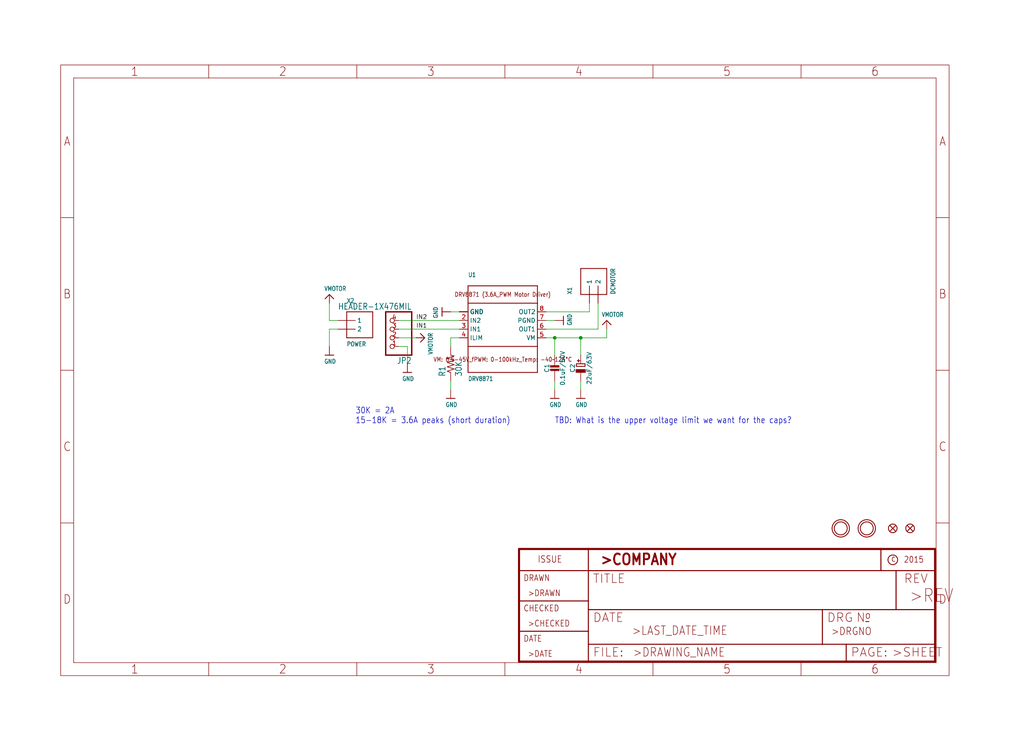
<source format=kicad_sch>
(kicad_sch (version 20211123) (generator eeschema)
  (paper "User" 300.076 217.881)
  (lib_symbols
    (symbol "eagleSchem-eagle-import:CAP_CERAMIC0805-NOOUTLINE"
      (property "Reference" "C" (at -2.29 1.25 90))
      (property "Value" "CAP_CERAMIC0805-NOOUTLINE" (at 2.3 1.25 90))
      (symbol "CAP_CERAMIC0805-NOOUTLINE_1_0"
        (rectangle (start -1.27 0.508) (end 1.27 1.016) (fill (type outline)))
        (rectangle (start -1.27 1.524) (end 1.27 2.032) (fill (type outline)))
        (polyline (pts (xy 0 0.762) (xy 0 0)) (stroke (width 0.1524)))
        (polyline (pts (xy 0 2.54) (xy 0 1.778)) (stroke (width 0.1524)))
        (pin passive line (at 0 5.08 270) (length 2.54) (name "1") (number "1"))
        (pin passive line (at 0 -2.54 90) (length 2.54) (name "2") (number "2"))
      )
    )
    (symbol "eagleSchem-eagle-import:CAP_ELECTROLYTICPANASONIC_D"
      (property "Reference" "C" (at -2.39 1.25 90))
      (property "Value" "CAP_ELECTROLYTICPANASONIC_D" (at 2.5 1.25 90))
      (symbol "CAP_ELECTROLYTICPANASONIC_D_1_0"
        (rectangle (start -1.397 0) (end 1.397 0.889) (fill (type outline)))
        (polyline (pts (xy -1.27 1.778) (xy -1.27 2.54)) (stroke (width 0.254)))
        (polyline (pts (xy -1.27 2.54) (xy 1.27 2.54)) (stroke (width 0.254)))
        (polyline (pts (xy -1.016 3.429) (xy -0.254 3.429)) (stroke (width 0.254)))
        (polyline (pts (xy -0.635 3.81) (xy -0.635 3.048)) (stroke (width 0.254)))
        (polyline (pts (xy 1.27 1.778) (xy -1.27 1.778)) (stroke (width 0.254)))
        (polyline (pts (xy 1.27 2.54) (xy 1.27 1.778)) (stroke (width 0.254)))
        (pin passive line (at 0 5.08 270) (length 2.54) (name "+") (number "+"))
        (pin passive line (at 0 -2.54 90) (length 2.54) (name "-") (number "-"))
      )
    )
    (symbol "eagleSchem-eagle-import:DRV8871"
      (property "Reference" "U" (at -10.16 15.24 0))
      (property "Value" "DRV8871" (at -10.16 -15.24 0))
      (symbol "DRV8871_1_0"
        (polyline (pts (xy -10.16 -12.7) (xy 10.16 -12.7)) (stroke (width 0.254)))
        (polyline (pts (xy -10.16 -5.08) (xy -10.16 -12.7)) (stroke (width 0.254)))
        (polyline (pts (xy -10.16 -5.08) (xy -10.16 7.62)) (stroke (width 0.254)))
        (polyline (pts (xy -10.16 7.62) (xy -10.16 12.7)) (stroke (width 0.254)))
        (polyline (pts (xy -10.16 7.62) (xy 10.16 7.62)) (stroke (width 0.254)))
        (polyline (pts (xy -10.16 12.7) (xy 10.16 12.7)) (stroke (width 0.254)))
        (polyline (pts (xy 10.16 -12.7) (xy 10.16 -5.08)) (stroke (width 0.254)))
        (polyline (pts (xy 10.16 -5.08) (xy -10.16 -5.08)) (stroke (width 0.254)))
        (polyline (pts (xy 10.16 7.62) (xy 10.16 -5.08)) (stroke (width 0.254)))
        (polyline (pts (xy 10.16 12.7) (xy 10.16 7.62)) (stroke (width 0.254)))
        (text "DRV8871 (3.6A_PWM Motor Driver)" (at 0 10.16 0) (effects (font (size 1.27 1.0795))))
        (text "VM: 6.5-45V_fPWM: 0-100kHz_Temp: -40~125°C" (at 0 -8.89 0) (effects (font (size 1.27 1.0795))))
        (pin power_in line (at -12.7 5.08 0) (length 2.54) (name "GND") (number "1"))
        (pin input line (at -12.7 2.54 0) (length 2.54) (name "IN2") (number "2"))
        (pin input line (at -12.7 0 0) (length 2.54) (name "IN1") (number "3"))
        (pin input line (at -12.7 -2.54 0) (length 2.54) (name "ILIM") (number "4"))
        (pin power_in line (at 12.7 -2.54 180) (length 2.54) (name "VM") (number "5"))
        (pin output line (at 12.7 0 180) (length 2.54) (name "OUT1") (number "6"))
        (pin power_in line (at 12.7 2.54 180) (length 2.54) (name "PGND") (number "7"))
        (pin output line (at 12.7 5.08 180) (length 2.54) (name "OUT2") (number "8"))
        (pin power_in line (at -12.7 5.08 0) (length 2.54) (name "GND") (number "GND"))
        (pin power_in line (at -12.7 5.08 0) (length 2.54) (name "GND") (number "P$1"))
        (pin power_in line (at -12.7 5.08 0) (length 2.54) (name "GND") (number "P$2"))
        (pin power_in line (at -12.7 5.08 0) (length 2.54) (name "GND") (number "P$3"))
        (pin power_in line (at -12.7 5.08 0) (length 2.54) (name "GND") (number "P$4"))
      )
    )
    (symbol "eagleSchem-eagle-import:FIDUCIAL{dblquote}{dblquote}"
      (symbol "FIDUCIAL{dblquote}{dblquote}_1_0"
        (polyline (pts (xy -0.762 0.762) (xy 0.762 -0.762)) (stroke (width 0.254)))
        (polyline (pts (xy 0.762 0.762) (xy -0.762 -0.762)) (stroke (width 0.254)))
        (circle (center 0 0) (radius 1.27) (stroke (width 0.254)))
      )
    )
    (symbol "eagleSchem-eagle-import:FLIPFLOP-RES"
      (property "Reference" "R" (at -3.81 1.4986 0))
      (property "Value" "FLIPFLOP-RES" (at -3.81 -3.302 0))
      (symbol "FLIPFLOP-RES_1_0"
        (polyline (pts (xy -2.54 0) (xy -2.159 1.016)) (stroke (width 0.2032)))
        (polyline (pts (xy -2.159 1.016) (xy -1.524 -1.016)) (stroke (width 0.2032)))
        (polyline (pts (xy -1.524 -1.016) (xy -0.889 1.016)) (stroke (width 0.2032)))
        (polyline (pts (xy -0.889 1.016) (xy -0.254 -1.016)) (stroke (width 0.2032)))
        (polyline (pts (xy -0.254 -1.016) (xy 0.381 1.016)) (stroke (width 0.2032)))
        (polyline (pts (xy 0.381 1.016) (xy 1.016 -1.016)) (stroke (width 0.2032)))
        (polyline (pts (xy 1.016 -1.016) (xy 1.651 1.016)) (stroke (width 0.2032)))
        (polyline (pts (xy 1.651 1.016) (xy 2.286 -1.016)) (stroke (width 0.2032)))
        (polyline (pts (xy 2.286 -1.016) (xy 2.54 0)) (stroke (width 0.2032)))
        (pin passive line (at -5.08 0 0) (length 2.54) (name "1") (number "1"))
        (pin passive line (at 5.08 0 180) (length 2.54) (name "2") (number "2"))
      )
    )
    (symbol "eagleSchem-eagle-import:FRAME_A4"
      (symbol "FRAME_A4_1_0"
        (polyline (pts (xy 0 44.7675) (xy 3.81 44.7675)))
        (polyline (pts (xy 0 89.535) (xy 3.81 89.535)))
        (polyline (pts (xy 0 134.3025) (xy 3.81 134.3025)))
        (polyline (pts (xy 3.81 3.81) (xy 3.81 175.26)))
        (polyline (pts (xy 43.3917 0) (xy 43.3917 3.81)))
        (polyline (pts (xy 43.3917 175.26) (xy 43.3917 179.07)))
        (polyline (pts (xy 86.7833 0) (xy 86.7833 3.81)))
        (polyline (pts (xy 86.7833 175.26) (xy 86.7833 179.07)))
        (polyline (pts (xy 130.175 0) (xy 130.175 3.81)))
        (polyline (pts (xy 130.175 175.26) (xy 130.175 179.07)))
        (polyline (pts (xy 173.5667 0) (xy 173.5667 3.81)))
        (polyline (pts (xy 173.5667 175.26) (xy 173.5667 179.07)))
        (polyline (pts (xy 216.9583 0) (xy 216.9583 3.81)))
        (polyline (pts (xy 216.9583 175.26) (xy 216.9583 179.07)))
        (polyline (pts (xy 256.54 3.81) (xy 3.81 3.81)))
        (polyline (pts (xy 256.54 3.81) (xy 256.54 8.89)) (stroke (width 0.1016)))
        (polyline (pts (xy 256.54 3.81) (xy 256.54 175.26)))
        (polyline (pts (xy 256.54 8.89) (xy 256.54 13.97)) (stroke (width 0.1016)))
        (polyline (pts (xy 256.54 13.97) (xy 256.54 19.05)) (stroke (width 0.1016)))
        (polyline (pts (xy 256.54 19.05) (xy 256.54 36.83)) (stroke (width 0.1016)))
        (polyline (pts (xy 256.54 44.7675) (xy 260.35 44.7675)))
        (polyline (pts (xy 256.54 89.535) (xy 260.35 89.535)))
        (polyline (pts (xy 256.54 134.3025) (xy 260.35 134.3025)))
        (polyline (pts (xy 256.54 175.26) (xy 3.81 175.26)))
        (polyline (pts (xy 0 0) (xy 260.35 0) (xy 260.35 179.07) (xy 0 179.07) (xy 0 0)))
        (text "1" (at 21.6958 1.905 0) (effects (font (size 2.54 2.286))))
        (text "1" (at 21.6958 177.165 0) (effects (font (size 2.54 2.286))))
        (text "2" (at 65.0875 1.905 0) (effects (font (size 2.54 2.286))))
        (text "2" (at 65.0875 177.165 0) (effects (font (size 2.54 2.286))))
        (text "3" (at 108.4792 1.905 0) (effects (font (size 2.54 2.286))))
        (text "3" (at 108.4792 177.165 0) (effects (font (size 2.54 2.286))))
        (text "4" (at 151.8708 1.905 0) (effects (font (size 2.54 2.286))))
        (text "4" (at 151.8708 177.165 0) (effects (font (size 2.54 2.286))))
        (text "5" (at 195.2625 1.905 0) (effects (font (size 2.54 2.286))))
        (text "5" (at 195.2625 177.165 0) (effects (font (size 2.54 2.286))))
        (text "6" (at 238.6542 1.905 0) (effects (font (size 2.54 2.286))))
        (text "6" (at 238.6542 177.165 0) (effects (font (size 2.54 2.286))))
        (text "A" (at 1.905 156.6863 0) (effects (font (size 2.54 2.286))))
        (text "A" (at 258.445 156.6863 0) (effects (font (size 2.54 2.286))))
        (text "B" (at 1.905 111.9188 0) (effects (font (size 2.54 2.286))))
        (text "B" (at 258.445 111.9188 0) (effects (font (size 2.54 2.286))))
        (text "C" (at 1.905 67.1513 0) (effects (font (size 2.54 2.286))))
        (text "C" (at 258.445 67.1513 0) (effects (font (size 2.54 2.286))))
        (text "D" (at 1.905 22.3838 0) (effects (font (size 2.54 2.286))))
        (text "D" (at 258.445 22.3838 0) (effects (font (size 2.54 2.286))))
      )
      (symbol "FRAME_A4_2_0"
        (polyline (pts (xy -0.3048 1.5748) (xy 20.0152 1.5748)) (stroke (width 0.6096)))
        (polyline (pts (xy -0.3048 10.4648) (xy -0.3048 1.5748)) (stroke (width 0.6096)))
        (polyline (pts (xy -0.3048 10.4648) (xy 20.0152 10.4648)) (stroke (width 0.3048)))
        (polyline (pts (xy -0.3048 19.3548) (xy -0.3048 10.4648)) (stroke (width 0.6096)))
        (polyline (pts (xy -0.3048 19.3548) (xy 20.0152 19.3548)) (stroke (width 0.3048)))
        (polyline (pts (xy -0.3048 28.2448) (xy -0.3048 19.3548)) (stroke (width 0.6096)))
        (polyline (pts (xy -0.3048 28.2448) (xy 20.0152 28.2448)) (stroke (width 0.3048)))
        (polyline (pts (xy -0.3048 34.5948) (xy -0.3048 28.2448)) (stroke (width 0.6096)))
        (polyline (pts (xy 20.0152 1.5748) (xy 20.0152 6.6548)) (stroke (width 0.3048)))
        (polyline (pts (xy 20.0152 1.5748) (xy 95.5802 1.5748)) (stroke (width 0.6096)))
        (polyline (pts (xy 20.0152 6.6548) (xy 20.0152 10.4648)) (stroke (width 0.3048)))
        (polyline (pts (xy 20.0152 6.6548) (xy 88.5952 6.6548)) (stroke (width 0.3048)))
        (polyline (pts (xy 20.0152 10.4648) (xy 20.0152 16.8148)) (stroke (width 0.3048)))
        (polyline (pts (xy 20.0152 16.8148) (xy 20.0152 19.3548)) (stroke (width 0.3048)))
        (polyline (pts (xy 20.0152 19.3548) (xy 20.0152 28.2448)) (stroke (width 0.3048)))
        (polyline (pts (xy 20.0152 28.2448) (xy 20.0152 34.5948)) (stroke (width 0.3048)))
        (polyline (pts (xy 20.0152 28.2448) (xy 105.7402 28.2448)) (stroke (width 0.3048)))
        (polyline (pts (xy 20.0152 34.5948) (xy -0.3048 34.5948)) (stroke (width 0.6096)))
        (polyline (pts (xy 88.5952 6.6548) (xy 95.5802 6.6548)) (stroke (width 0.3048)))
        (polyline (pts (xy 88.5952 16.8148) (xy 20.0152 16.8148)) (stroke (width 0.3048)))
        (polyline (pts (xy 88.5952 16.8148) (xy 88.5952 6.6548)) (stroke (width 0.3048)))
        (polyline (pts (xy 95.5802 1.5748) (xy 121.6152 1.5748)) (stroke (width 0.6096)))
        (polyline (pts (xy 95.5802 6.6548) (xy 95.5802 1.5748)) (stroke (width 0.3048)))
        (polyline (pts (xy 95.5802 6.6548) (xy 121.6152 6.6548)) (stroke (width 0.3048)))
        (polyline (pts (xy 101.2952 13.3223) (xy 102.2477 13.3223)) (stroke (width 0.254)))
        (polyline (pts (xy 105.7402 28.2448) (xy 105.7402 34.5948)) (stroke (width 0.3048)))
        (polyline (pts (xy 105.7402 28.2448) (xy 110.1852 28.2448)) (stroke (width 0.3048)))
        (polyline (pts (xy 105.7402 34.5948) (xy 20.0152 34.5948)) (stroke (width 0.6096)))
        (polyline (pts (xy 110.1852 16.8148) (xy 88.5952 16.8148)) (stroke (width 0.3048)))
        (polyline (pts (xy 110.1852 28.2448) (xy 110.1852 16.8148)) (stroke (width 0.3048)))
        (polyline (pts (xy 110.1852 28.2448) (xy 121.6152 28.2448)) (stroke (width 0.3048)))
        (polyline (pts (xy 121.6152 6.6548) (xy 121.6152 1.5748)) (stroke (width 0.6096)))
        (polyline (pts (xy 121.6152 16.8148) (xy 110.1852 16.8148)) (stroke (width 0.3048)))
        (polyline (pts (xy 121.6152 16.8148) (xy 121.6152 6.6548)) (stroke (width 0.6096)))
        (polyline (pts (xy 121.6152 28.2448) (xy 121.6152 16.8148)) (stroke (width 0.6096)))
        (polyline (pts (xy 121.6152 34.5948) (xy 105.7402 34.5948)) (stroke (width 0.6096)))
        (polyline (pts (xy 121.6152 34.5948) (xy 121.6152 28.2448)) (stroke (width 0.6096)))
        (circle (center 109.2327 31.4198) (radius 1.4199) (stroke (width 0.254)))
        (text "2015" (at 112.4077 30.4673 0) (effects (font (size 1.778 1.5113)) (justify left bottom)))
        (text ">CHECKED" (at 2.2352 11.7348 0) (effects (font (size 1.778 1.5113)) (justify left bottom)))
        (text ">COMPANY" (at 23.349 29.6735 0) (effects (font (size 3.175 2.6987) (thickness 0.5397) bold) (justify left bottom)))
        (text ">DATE" (at 2.2352 2.8448 0) (effects (font (size 1.778 1.5113)) (justify left bottom)))
        (text ">DRAWING_NAME" (at 33.0327 2.8448 0) (effects (font (size 2.54 2.159)) (justify left bottom)))
        (text ">DRAWN" (at 2.2352 20.6248 0) (effects (font (size 1.778 1.5113)) (justify left bottom)))
        (text ">DRGNO" (at 91.1352 9.1948 0) (effects (font (size 2.1844 1.8567)) (justify left bottom)))
        (text ">LAST_DATE_TIME" (at 32.7152 9.1948 0) (effects (font (size 2.54 2.159)) (justify left bottom)))
        (text ">REV" (at 113.9952 18.7198 0) (effects (font (size 3.81 3.2385)) (justify left bottom)))
        (text ">SHEET" (at 108.9152 2.8448 0) (effects (font (size 2.54 2.54)) (justify left bottom)))
        (text "C" (at 108.7564 30.7848 0) (effects (font (size 1.27 1.0795)) (justify left bottom)))
        (text "CHECKED" (at 0.9652 16.1798 0) (effects (font (size 1.778 1.5113)) (justify left bottom)))
        (text "DATE" (at 0.9652 7.2898 0) (effects (font (size 1.778 1.5113)) (justify left bottom)))
        (text "DATE" (at 21.2852 13.0048 0) (effects (font (size 2.54 2.54)) (justify left bottom)))
        (text "DRAWN" (at 0.9652 25.0698 0) (effects (font (size 1.778 1.5113)) (justify left bottom)))
        (text "DRG" (at 89.8652 13.0048 0) (effects (font (size 2.54 2.54)) (justify left bottom)))
        (text "FILE:" (at 21.2852 2.8448 0) (effects (font (size 2.54 2.54)) (justify left bottom)))
        (text "ISSUE" (at 5.0927 30.4673 0) (effects (font (size 1.9304 1.6408)) (justify left bottom)))
        (text "N" (at 98.4377 13.0048 0) (effects (font (size 2.54 2.54)) (justify left bottom)))
        (text "o" (at 100.9777 13.9573 0) (effects (font (size 2.1844 1.8567)) (justify left bottom)))
        (text "PAGE:" (at 96.8502 2.8448 0) (effects (font (size 2.54 2.54)) (justify left bottom)))
        (text "REV" (at 112.4077 24.4348 0) (effects (font (size 2.54 2.54)) (justify left bottom)))
        (text "TITLE" (at 21.2852 24.4348 0) (effects (font (size 2.54 2.54)) (justify left bottom)))
      )
    )
    (symbol "eagleSchem-eagle-import:GND" (power)
      (property "Value" "GND" (at -1.524 -2.54 0))
      (symbol "GND_1_0"
        (polyline (pts (xy -1.27 0) (xy 1.27 0)) (stroke (width 0.254)))
        (pin power_in line (at 0 2.54 270) (length 2.54) (name "GND") (number "1"))
      )
    )
    (symbol "eagleSchem-eagle-import:HEADER-1X476MIL"
      (property "Reference" "JP" (at -6.35 8.255 0))
      (property "Value" "HEADER-1X476MIL" (at -6.35 -7.62 0))
      (symbol "HEADER-1X476MIL_1_0"
        (polyline (pts (xy -6.35 -5.08) (xy 1.27 -5.08)) (stroke (width 0.4064)))
        (polyline (pts (xy -6.35 7.62) (xy -6.35 -5.08)) (stroke (width 0.4064)))
        (polyline (pts (xy 1.27 -5.08) (xy 1.27 7.62)) (stroke (width 0.4064)))
        (polyline (pts (xy 1.27 7.62) (xy -6.35 7.62)) (stroke (width 0.4064)))
        (pin passive inverted (at -2.54 5.08 0) (length 2.54) (name "1") (number "1"))
        (pin passive inverted (at -2.54 2.54 0) (length 2.54) (name "2") (number "2"))
        (pin passive inverted (at -2.54 0 0) (length 2.54) (name "3") (number "3"))
        (pin passive inverted (at -2.54 -2.54 0) (length 2.54) (name "4") (number "4"))
      )
    )
    (symbol "eagleSchem-eagle-import:MOUNTINGHOLE2.5"
      (symbol "MOUNTINGHOLE2.5_1_0"
        (circle (center 0 0) (radius 1.905) (stroke (width 0.254)))
        (circle (center 0 0) (radius 2.54) (stroke (width 0.254)))
      )
    )
    (symbol "eagleSchem-eagle-import:TERMBLOCK_1X2"
      (property "Reference" "X" (at -2.54 7.62 0))
      (property "Value" "TERMBLOCK_1X2" (at -2.54 -5.08 0))
      (symbol "TERMBLOCK_1X2_1_0"
        (polyline (pts (xy -2.54 -2.54) (xy 5.08 -2.54)) (stroke (width 0.254)))
        (polyline (pts (xy -2.54 5.08) (xy -2.54 -2.54)) (stroke (width 0.254)))
        (polyline (pts (xy 5.08 -2.54) (xy 5.08 5.08)) (stroke (width 0.254)))
        (polyline (pts (xy 5.08 5.08) (xy -2.54 5.08)) (stroke (width 0.254)))
        (pin passive line (at -5.08 2.54 0) (length 5.08) (name "1") (number "1"))
        (pin passive line (at -5.08 0 0) (length 5.08) (name "2") (number "2"))
      )
    )
    (symbol "eagleSchem-eagle-import:VMOTOR" (power)
      (property "Value" "VMOTOR" (at -1.524 1.016 0))
      (symbol "VMOTOR_1_0"
        (polyline (pts (xy -1.27 -1.27) (xy 0 0)) (stroke (width 0.254)))
        (polyline (pts (xy 0 0) (xy 1.27 -1.27)) (stroke (width 0.254)))
        (pin power_in line (at 0 -2.54 90) (length 2.54) (name "VMOTOR") (number "1"))
      )
    )
  )
  (junction (at 162.56 99.06))
  (junction (at 170.18 99.06))
  (wire (pts (xy 119.38 101.6) (xy 119.38 106.68)))
  (wire (pts (xy 116.84 101.6) (xy 119.38 101.6)))
  (wire (pts (xy 175.26 96.52) (xy 175.26 88.9)))
  (wire (pts (xy 162.56 111.76) (xy 162.56 114.3)))
  (wire (pts (xy 99.06 96.52) (xy 96.52 96.52)))
  (wire (pts (xy 160.02 99.06) (xy 162.56 99.06)))
  (wire (pts (xy 116.84 99.06) (xy 121.92 99.06)))
  (wire (pts (xy 132.08 99.06) (xy 132.08 101.6)))
  (wire (pts (xy 99.06 93.98) (xy 96.52 93.98)))
  (wire (pts (xy 162.56 99.06) (xy 170.18 99.06)))
  (wire (pts (xy 134.62 96.52) (xy 116.84 96.52)))
  (wire (pts (xy 96.52 93.98) (xy 96.52 88.9)))
  (wire (pts (xy 96.52 96.52) (xy 96.52 101.6)))
  (wire (pts (xy 160.02 93.98) (xy 162.56 93.98)))
  (wire (pts (xy 160.02 91.44) (xy 172.72 91.44)))
  (wire (pts (xy 177.8 99.06) (xy 177.8 96.52)))
  (wire (pts (xy 170.18 111.76) (xy 170.18 114.3)))
  (wire (pts (xy 134.62 93.98) (xy 116.84 93.98)))
  (wire (pts (xy 170.18 99.06) (xy 177.8 99.06)))
  (wire (pts (xy 134.62 91.44) (xy 132.08 91.44)))
  (wire (pts (xy 170.18 99.06) (xy 170.18 104.14)))
  (wire (pts (xy 132.08 111.76) (xy 132.08 114.3)))
  (wire (pts (xy 172.72 91.44) (xy 172.72 88.9)))
  (wire (pts (xy 134.62 99.06) (xy 132.08 99.06)))
  (wire (pts (xy 160.02 96.52) (xy 175.26 96.52)))
  (wire (pts (xy 162.56 104.14) (xy 162.56 99.06)))
  (text "TBD: What is the upper voltage limit we want for the caps?" (at 162.56 124.46 180) (effects (font (size 1.778 1.5113)) (justify left bottom)))
  (text "30K = 2A\n15-18K = 3.6A peaks (short duration~{})" (at 104.14 124.46 180) (effects (font (size 1.778 1.5113)) (justify left bottom)))
  (label "IN2" (at 121.92 93.98 0) (effects (font (size 1.2446 1.2446))))
  (label "IN1" (at 121.92 96.52 0) (effects (font (size 1.2446 1.2446))))
  (symbol (lib_id "eagleSchem-eagle-import:MOUNTINGHOLE2.5") (at 246.38 154.94 0) (unit 1)
    (property "Reference" "U$10" (effects hide))
    (property "Value" "MOUNTINGHOLE2.5" (effects hide))
    (property "Footprint" "eagleSchem:MOUNTINGHOLE_2.5_PLATED" (effects hide))
  )
  (symbol (lib_id "eagleSchem-eagle-import:HEADER-1X476MIL") (at 114.3 96.52 180) (unit 1)
    (property "Reference" "JP2" (at 120.65 104.775 0) (effects (font (size 1.778 1.5113)) (justify left bottom)))
    (property "Value" "HEADER-1X476MIL" (at 120.65 88.9 0) (effects (font (size 1.778 1.5113)) (justify left bottom)))
    (property "Footprint" "eagleSchem:1X04_ROUND_76" (effects hide))
  )
  (symbol (lib_id "eagleSchem-eagle-import:GND") (at 119.38 109.22 0) (unit 1)
    (property "Reference" "#U$13" (effects hide))
    (property "Value" "GND" (at 117.856 111.76 0) (effects (font (size 1.27 1.0795)) (justify left bottom)))
    (property "Footprint" "eagleSchem:" (effects hide))
  )
  (symbol (lib_id "eagleSchem-eagle-import:FRAME_A4") (at 17.78 198.12 0) (unit 1)
    (property "Reference" "#FRAME1" (effects hide))
    (property "Value" "FRAME_A4" (effects hide))
    (property "Footprint" "eagleSchem:" (effects hide))
  )
  (symbol (lib_id "eagleSchem-eagle-import:VMOTOR") (at 124.46 99.06 270) (unit 1)
    (property "Reference" "#U$16" (effects hide))
    (property "Value" "VMOTOR" (at 125.476 97.536 0) (effects (font (size 1.27 1.0795)) (justify left bottom)))
    (property "Footprint" "eagleSchem:" (effects hide))
  )
  (symbol (lib_id "eagleSchem-eagle-import:GND") (at 170.18 116.84 0) (unit 1)
    (property "Reference" "#U$2" (effects hide))
    (property "Value" "GND" (at 168.656 119.38 0) (effects (font (size 1.27 1.0795)) (justify left bottom)))
    (property "Footprint" "eagleSchem:" (effects hide))
  )
  (symbol (lib_id "eagleSchem-eagle-import:VMOTOR") (at 96.52 86.36 0) (unit 1)
    (property "Reference" "#U$7" (effects hide))
    (property "Value" "VMOTOR" (at 94.996 85.344 0) (effects (font (size 1.27 1.0795)) (justify left bottom)))
    (property "Footprint" "eagleSchem:" (effects hide))
  )
  (symbol (lib_id "eagleSchem-eagle-import:FRAME_A4") (at 152.4 195.58 0) (unit 2)
    (property "Reference" "#FRAME1" (effects hide))
    (property "Value" "FRAME_A4" (effects hide))
    (property "Footprint" "eagleSchem:" (effects hide))
  )
  (symbol (lib_id "eagleSchem-eagle-import:TERMBLOCK_1X2") (at 104.14 96.52 0) (unit 1)
    (property "Reference" "X2" (at 101.6 88.9 0) (effects (font (size 1.27 1.0795)) (justify left bottom)))
    (property "Value" "POWER" (at 101.6 101.6 0) (effects (font (size 1.27 1.0795)) (justify left bottom)))
    (property "Footprint" "eagleSchem:TERMBLOCK_1X2-3.5MM" (effects hide))
  )
  (symbol (lib_id "eagleSchem-eagle-import:DRV8871") (at 147.32 96.52 0) (unit 1)
    (property "Reference" "U1" (at 137.16 81.28 0) (effects (font (size 1.27 1.0795)) (justify left bottom)))
    (property "Value" "DRV8871" (at 137.16 111.76 0) (effects (font (size 1.27 1.0795)) (justify left bottom)))
    (property "Footprint" "eagleSchem:HSOP8" (effects hide))
  )
  (symbol (lib_id "eagleSchem-eagle-import:GND") (at 165.1 93.98 90) (unit 1)
    (property "Reference" "#U$4" (effects hide))
    (property "Value" "GND" (at 167.64 95.504 0) (effects (font (size 1.27 1.0795)) (justify left bottom)))
    (property "Footprint" "eagleSchem:" (effects hide))
  )
  (symbol (lib_id "eagleSchem-eagle-import:TERMBLOCK_1X2") (at 175.26 83.82 90) (unit 1)
    (property "Reference" "X1" (at 167.64 86.36 0) (effects (font (size 1.27 1.0795)) (justify left bottom)))
    (property "Value" "DCMOTOR" (at 180.34 86.36 0) (effects (font (size 1.27 1.0795)) (justify left bottom)))
    (property "Footprint" "eagleSchem:TERMBLOCK_1X2-3.5MM" (effects hide))
  )
  (symbol (lib_id "eagleSchem-eagle-import:GND") (at 96.52 104.14 0) (unit 1)
    (property "Reference" "#U$8" (effects hide))
    (property "Value" "GND" (at 94.996 106.68 0) (effects (font (size 1.27 1.0795)) (justify left bottom)))
    (property "Footprint" "eagleSchem:" (effects hide))
  )
  (symbol (lib_id "eagleSchem-eagle-import:CAP_ELECTROLYTICPANASONIC_D") (at 170.18 109.22 0) (unit 1)
    (property "Reference" "C2" (at 167.79 107.97 90))
    (property "Value" "22uF/63V" (at 172.68 107.97 90))
    (property "Footprint" "eagleSchem:PANASONIC_D" (effects hide))
  )
  (symbol (lib_id "eagleSchem-eagle-import:GND") (at 129.54 91.44 270) (unit 1)
    (property "Reference" "#U$3" (effects hide))
    (property "Value" "GND" (at 127 89.916 0) (effects (font (size 1.27 1.0795)) (justify left bottom)))
    (property "Footprint" "eagleSchem:" (effects hide))
  )
  (symbol (lib_id "eagleSchem-eagle-import:FIDUCIAL{dblquote}{dblquote}") (at 261.62 154.94 0) (unit 1)
    (property "Reference" "FID2" (effects hide))
    (property "Value" "FIDUCIAL{dblquote}{dblquote}" (effects hide))
    (property "Footprint" "eagleSchem:FIDUCIAL_1MM" (effects hide))
  )
  (symbol (lib_id "eagleSchem-eagle-import:MOUNTINGHOLE2.5") (at 254 154.94 0) (unit 1)
    (property "Reference" "U$9" (effects hide))
    (property "Value" "MOUNTINGHOLE2.5" (effects hide))
    (property "Footprint" "eagleSchem:MOUNTINGHOLE_2.5_PLATED" (effects hide))
  )
  (symbol (lib_id "eagleSchem-eagle-import:FLIPFLOP-RES") (at 132.08 106.68 90) (unit 1)
    (property "Reference" "R1" (at 130.5814 110.49 0) (effects (font (size 1.778 1.5113)) (justify left bottom)))
    (property "Value" "30K" (at 135.382 110.49 0) (effects (font (size 1.778 1.5113)) (justify left bottom)))
    (property "Footprint" "eagleSchem:0805-THM" (effects hide))
  )
  (symbol (lib_id "eagleSchem-eagle-import:GND") (at 162.56 116.84 0) (unit 1)
    (property "Reference" "#U$1" (effects hide))
    (property "Value" "GND" (at 161.036 119.38 0) (effects (font (size 1.27 1.0795)) (justify left bottom)))
    (property "Footprint" "eagleSchem:" (effects hide))
  )
  (symbol (lib_id "eagleSchem-eagle-import:CAP_CERAMIC0805-NOOUTLINE") (at 162.56 109.22 0) (unit 1)
    (property "Reference" "C1" (at 160.27 107.97 90))
    (property "Value" "0.1uF/50V" (at 164.86 107.97 90))
    (property "Footprint" "eagleSchem:0805-NO" (effects hide))
  )
  (symbol (lib_id "eagleSchem-eagle-import:VMOTOR") (at 177.8 93.98 0) (unit 1)
    (property "Reference" "#U$6" (effects hide))
    (property "Value" "VMOTOR" (at 176.276 92.964 0) (effects (font (size 1.27 1.0795)) (justify left bottom)))
    (property "Footprint" "eagleSchem:" (effects hide))
  )
  (symbol (lib_id "eagleSchem-eagle-import:FIDUCIAL{dblquote}{dblquote}") (at 266.7 154.94 0) (unit 1)
    (property "Reference" "FID1" (effects hide))
    (property "Value" "FIDUCIAL{dblquote}{dblquote}" (effects hide))
    (property "Footprint" "eagleSchem:FIDUCIAL_1MM" (effects hide))
  )
  (symbol (lib_id "eagleSchem-eagle-import:GND") (at 132.08 116.84 0) (unit 1)
    (property "Reference" "#U$5" (effects hide))
    (property "Value" "GND" (at 130.556 119.38 0) (effects (font (size 1.27 1.0795)) (justify left bottom)))
    (property "Footprint" "eagleSchem:" (effects hide))
  )
)
</source>
